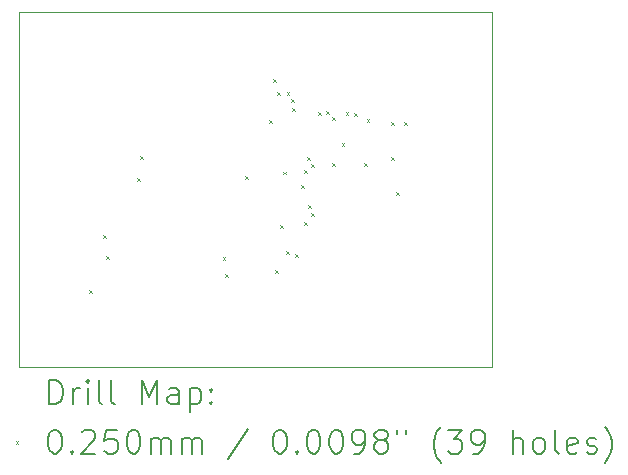
<source format=gbr>
%TF.GenerationSoftware,KiCad,Pcbnew,7.0.11-7.0.11~ubuntu22.04.1*%
%TF.CreationDate,2024-12-10T04:55:34+01:00*%
%TF.ProjectId,40_to_WP27D-P050VA3,34305f74-6f5f-4575-9032-37442d503035,rev?*%
%TF.SameCoordinates,Original*%
%TF.FileFunction,Drillmap*%
%TF.FilePolarity,Positive*%
%FSLAX45Y45*%
G04 Gerber Fmt 4.5, Leading zero omitted, Abs format (unit mm)*
G04 Created by KiCad (PCBNEW 7.0.11-7.0.11~ubuntu22.04.1) date 2024-12-10 04:55:34*
%MOMM*%
%LPD*%
G01*
G04 APERTURE LIST*
%ADD10C,0.100000*%
%ADD11C,0.200000*%
G04 APERTURE END LIST*
D10*
X1405000Y-900000D02*
X5405000Y-900000D01*
X5405000Y-3900000D01*
X1405000Y-3900000D01*
X1405000Y-900000D01*
D11*
D10*
X1997500Y-3255000D02*
X2022500Y-3280000D01*
X2022500Y-3255000D02*
X1997500Y-3280000D01*
X2117500Y-2787500D02*
X2142500Y-2812500D01*
X2142500Y-2787500D02*
X2117500Y-2812500D01*
X2137500Y-2967500D02*
X2162500Y-2992500D01*
X2162500Y-2967500D02*
X2137500Y-2992500D01*
X2402500Y-2302500D02*
X2427500Y-2327500D01*
X2427500Y-2302500D02*
X2402500Y-2327500D01*
X2430000Y-2120000D02*
X2455000Y-2145000D01*
X2455000Y-2120000D02*
X2430000Y-2145000D01*
X3127500Y-2975000D02*
X3152500Y-3000000D01*
X3152500Y-2975000D02*
X3127500Y-3000000D01*
X3150000Y-3115000D02*
X3175000Y-3140000D01*
X3175000Y-3115000D02*
X3150000Y-3140000D01*
X3315000Y-2285000D02*
X3340000Y-2310000D01*
X3340000Y-2285000D02*
X3315000Y-2310000D01*
X3525000Y-1815000D02*
X3550000Y-1840000D01*
X3550000Y-1815000D02*
X3525000Y-1840000D01*
X3555000Y-1465000D02*
X3580000Y-1490000D01*
X3580000Y-1465000D02*
X3555000Y-1490000D01*
X3570000Y-3080000D02*
X3595000Y-3105000D01*
X3595000Y-3080000D02*
X3570000Y-3105000D01*
X3592500Y-1572500D02*
X3617500Y-1597500D01*
X3617500Y-1572500D02*
X3592500Y-1597500D01*
X3612500Y-2705655D02*
X3637500Y-2730655D01*
X3637500Y-2705655D02*
X3612500Y-2730655D01*
X3637653Y-2249130D02*
X3662653Y-2274130D01*
X3662653Y-2249130D02*
X3637653Y-2274130D01*
X3665000Y-2920000D02*
X3690000Y-2945000D01*
X3690000Y-2920000D02*
X3665000Y-2945000D01*
X3669298Y-1576824D02*
X3694298Y-1601824D01*
X3694298Y-1576824D02*
X3669298Y-1601824D01*
X3710000Y-1633775D02*
X3735000Y-1658775D01*
X3735000Y-1633775D02*
X3710000Y-1658775D01*
X3713735Y-1714356D02*
X3738735Y-1739356D01*
X3738735Y-1714356D02*
X3713735Y-1739356D01*
X3737500Y-2950000D02*
X3762500Y-2975000D01*
X3762500Y-2950000D02*
X3737500Y-2975000D01*
X3795000Y-2362500D02*
X3820000Y-2387500D01*
X3820000Y-2362500D02*
X3795000Y-2387500D01*
X3817500Y-2677779D02*
X3842500Y-2702779D01*
X3842500Y-2677779D02*
X3817500Y-2702779D01*
X3820000Y-2237500D02*
X3845000Y-2262500D01*
X3845000Y-2237500D02*
X3820000Y-2262500D01*
X3842500Y-2125000D02*
X3867500Y-2150000D01*
X3867500Y-2125000D02*
X3842500Y-2150000D01*
X3852500Y-2531500D02*
X3877500Y-2556500D01*
X3877500Y-2531500D02*
X3852500Y-2556500D01*
X3875000Y-2185000D02*
X3900000Y-2210000D01*
X3900000Y-2185000D02*
X3875000Y-2210000D01*
X3875319Y-2597676D02*
X3900319Y-2622676D01*
X3900319Y-2597676D02*
X3875319Y-2622676D01*
X3934388Y-1748703D02*
X3959388Y-1773703D01*
X3959388Y-1748703D02*
X3934388Y-1773703D01*
X4003844Y-1739987D02*
X4028844Y-1764987D01*
X4028844Y-1739987D02*
X4003844Y-1764987D01*
X4052500Y-2177500D02*
X4077500Y-2202500D01*
X4077500Y-2177500D02*
X4052500Y-2202500D01*
X4054277Y-1787386D02*
X4079277Y-1812386D01*
X4079277Y-1787386D02*
X4054277Y-1812386D01*
X4135000Y-2007500D02*
X4160000Y-2032500D01*
X4160000Y-2007500D02*
X4135000Y-2032500D01*
X4168622Y-1741961D02*
X4193622Y-1766961D01*
X4193622Y-1741961D02*
X4168622Y-1766961D01*
X4237011Y-1756891D02*
X4262011Y-1781891D01*
X4262011Y-1756891D02*
X4237011Y-1781891D01*
X4322500Y-2180000D02*
X4347500Y-2205000D01*
X4347500Y-2180000D02*
X4322500Y-2205000D01*
X4346775Y-1804682D02*
X4371775Y-1829682D01*
X4371775Y-1804682D02*
X4346775Y-1829682D01*
X4557500Y-1827500D02*
X4582500Y-1852500D01*
X4582500Y-1827500D02*
X4557500Y-1852500D01*
X4557500Y-2125000D02*
X4582500Y-2150000D01*
X4582500Y-2125000D02*
X4557500Y-2150000D01*
X4597500Y-2422500D02*
X4622500Y-2447500D01*
X4622500Y-2422500D02*
X4597500Y-2447500D01*
X4665000Y-1832500D02*
X4690000Y-1857500D01*
X4690000Y-1832500D02*
X4665000Y-1857500D01*
D11*
X1660777Y-4216484D02*
X1660777Y-4016484D01*
X1660777Y-4016484D02*
X1708396Y-4016484D01*
X1708396Y-4016484D02*
X1736967Y-4026008D01*
X1736967Y-4026008D02*
X1756015Y-4045055D01*
X1756015Y-4045055D02*
X1765539Y-4064103D01*
X1765539Y-4064103D02*
X1775062Y-4102198D01*
X1775062Y-4102198D02*
X1775062Y-4130769D01*
X1775062Y-4130769D02*
X1765539Y-4168865D01*
X1765539Y-4168865D02*
X1756015Y-4187912D01*
X1756015Y-4187912D02*
X1736967Y-4206960D01*
X1736967Y-4206960D02*
X1708396Y-4216484D01*
X1708396Y-4216484D02*
X1660777Y-4216484D01*
X1860777Y-4216484D02*
X1860777Y-4083150D01*
X1860777Y-4121246D02*
X1870301Y-4102198D01*
X1870301Y-4102198D02*
X1879824Y-4092674D01*
X1879824Y-4092674D02*
X1898872Y-4083150D01*
X1898872Y-4083150D02*
X1917920Y-4083150D01*
X1984586Y-4216484D02*
X1984586Y-4083150D01*
X1984586Y-4016484D02*
X1975062Y-4026008D01*
X1975062Y-4026008D02*
X1984586Y-4035531D01*
X1984586Y-4035531D02*
X1994110Y-4026008D01*
X1994110Y-4026008D02*
X1984586Y-4016484D01*
X1984586Y-4016484D02*
X1984586Y-4035531D01*
X2108396Y-4216484D02*
X2089348Y-4206960D01*
X2089348Y-4206960D02*
X2079824Y-4187912D01*
X2079824Y-4187912D02*
X2079824Y-4016484D01*
X2213158Y-4216484D02*
X2194110Y-4206960D01*
X2194110Y-4206960D02*
X2184586Y-4187912D01*
X2184586Y-4187912D02*
X2184586Y-4016484D01*
X2441729Y-4216484D02*
X2441729Y-4016484D01*
X2441729Y-4016484D02*
X2508396Y-4159341D01*
X2508396Y-4159341D02*
X2575063Y-4016484D01*
X2575063Y-4016484D02*
X2575063Y-4216484D01*
X2756015Y-4216484D02*
X2756015Y-4111722D01*
X2756015Y-4111722D02*
X2746491Y-4092674D01*
X2746491Y-4092674D02*
X2727444Y-4083150D01*
X2727444Y-4083150D02*
X2689348Y-4083150D01*
X2689348Y-4083150D02*
X2670301Y-4092674D01*
X2756015Y-4206960D02*
X2736967Y-4216484D01*
X2736967Y-4216484D02*
X2689348Y-4216484D01*
X2689348Y-4216484D02*
X2670301Y-4206960D01*
X2670301Y-4206960D02*
X2660777Y-4187912D01*
X2660777Y-4187912D02*
X2660777Y-4168865D01*
X2660777Y-4168865D02*
X2670301Y-4149817D01*
X2670301Y-4149817D02*
X2689348Y-4140293D01*
X2689348Y-4140293D02*
X2736967Y-4140293D01*
X2736967Y-4140293D02*
X2756015Y-4130769D01*
X2851253Y-4083150D02*
X2851253Y-4283150D01*
X2851253Y-4092674D02*
X2870301Y-4083150D01*
X2870301Y-4083150D02*
X2908396Y-4083150D01*
X2908396Y-4083150D02*
X2927443Y-4092674D01*
X2927443Y-4092674D02*
X2936967Y-4102198D01*
X2936967Y-4102198D02*
X2946491Y-4121246D01*
X2946491Y-4121246D02*
X2946491Y-4178388D01*
X2946491Y-4178388D02*
X2936967Y-4197436D01*
X2936967Y-4197436D02*
X2927443Y-4206960D01*
X2927443Y-4206960D02*
X2908396Y-4216484D01*
X2908396Y-4216484D02*
X2870301Y-4216484D01*
X2870301Y-4216484D02*
X2851253Y-4206960D01*
X3032205Y-4197436D02*
X3041729Y-4206960D01*
X3041729Y-4206960D02*
X3032205Y-4216484D01*
X3032205Y-4216484D02*
X3022682Y-4206960D01*
X3022682Y-4206960D02*
X3032205Y-4197436D01*
X3032205Y-4197436D02*
X3032205Y-4216484D01*
X3032205Y-4092674D02*
X3041729Y-4102198D01*
X3041729Y-4102198D02*
X3032205Y-4111722D01*
X3032205Y-4111722D02*
X3022682Y-4102198D01*
X3022682Y-4102198D02*
X3032205Y-4092674D01*
X3032205Y-4092674D02*
X3032205Y-4111722D01*
D10*
X1375000Y-4532500D02*
X1400000Y-4557500D01*
X1400000Y-4532500D02*
X1375000Y-4557500D01*
D11*
X1698872Y-4436484D02*
X1717920Y-4436484D01*
X1717920Y-4436484D02*
X1736967Y-4446008D01*
X1736967Y-4446008D02*
X1746491Y-4455531D01*
X1746491Y-4455531D02*
X1756015Y-4474579D01*
X1756015Y-4474579D02*
X1765539Y-4512674D01*
X1765539Y-4512674D02*
X1765539Y-4560293D01*
X1765539Y-4560293D02*
X1756015Y-4598389D01*
X1756015Y-4598389D02*
X1746491Y-4617436D01*
X1746491Y-4617436D02*
X1736967Y-4626960D01*
X1736967Y-4626960D02*
X1717920Y-4636484D01*
X1717920Y-4636484D02*
X1698872Y-4636484D01*
X1698872Y-4636484D02*
X1679824Y-4626960D01*
X1679824Y-4626960D02*
X1670301Y-4617436D01*
X1670301Y-4617436D02*
X1660777Y-4598389D01*
X1660777Y-4598389D02*
X1651253Y-4560293D01*
X1651253Y-4560293D02*
X1651253Y-4512674D01*
X1651253Y-4512674D02*
X1660777Y-4474579D01*
X1660777Y-4474579D02*
X1670301Y-4455531D01*
X1670301Y-4455531D02*
X1679824Y-4446008D01*
X1679824Y-4446008D02*
X1698872Y-4436484D01*
X1851253Y-4617436D02*
X1860777Y-4626960D01*
X1860777Y-4626960D02*
X1851253Y-4636484D01*
X1851253Y-4636484D02*
X1841729Y-4626960D01*
X1841729Y-4626960D02*
X1851253Y-4617436D01*
X1851253Y-4617436D02*
X1851253Y-4636484D01*
X1936967Y-4455531D02*
X1946491Y-4446008D01*
X1946491Y-4446008D02*
X1965539Y-4436484D01*
X1965539Y-4436484D02*
X2013158Y-4436484D01*
X2013158Y-4436484D02*
X2032205Y-4446008D01*
X2032205Y-4446008D02*
X2041729Y-4455531D01*
X2041729Y-4455531D02*
X2051253Y-4474579D01*
X2051253Y-4474579D02*
X2051253Y-4493627D01*
X2051253Y-4493627D02*
X2041729Y-4522198D01*
X2041729Y-4522198D02*
X1927443Y-4636484D01*
X1927443Y-4636484D02*
X2051253Y-4636484D01*
X2232205Y-4436484D02*
X2136967Y-4436484D01*
X2136967Y-4436484D02*
X2127444Y-4531722D01*
X2127444Y-4531722D02*
X2136967Y-4522198D01*
X2136967Y-4522198D02*
X2156015Y-4512674D01*
X2156015Y-4512674D02*
X2203634Y-4512674D01*
X2203634Y-4512674D02*
X2222682Y-4522198D01*
X2222682Y-4522198D02*
X2232205Y-4531722D01*
X2232205Y-4531722D02*
X2241729Y-4550770D01*
X2241729Y-4550770D02*
X2241729Y-4598389D01*
X2241729Y-4598389D02*
X2232205Y-4617436D01*
X2232205Y-4617436D02*
X2222682Y-4626960D01*
X2222682Y-4626960D02*
X2203634Y-4636484D01*
X2203634Y-4636484D02*
X2156015Y-4636484D01*
X2156015Y-4636484D02*
X2136967Y-4626960D01*
X2136967Y-4626960D02*
X2127444Y-4617436D01*
X2365539Y-4436484D02*
X2384586Y-4436484D01*
X2384586Y-4436484D02*
X2403634Y-4446008D01*
X2403634Y-4446008D02*
X2413158Y-4455531D01*
X2413158Y-4455531D02*
X2422682Y-4474579D01*
X2422682Y-4474579D02*
X2432205Y-4512674D01*
X2432205Y-4512674D02*
X2432205Y-4560293D01*
X2432205Y-4560293D02*
X2422682Y-4598389D01*
X2422682Y-4598389D02*
X2413158Y-4617436D01*
X2413158Y-4617436D02*
X2403634Y-4626960D01*
X2403634Y-4626960D02*
X2384586Y-4636484D01*
X2384586Y-4636484D02*
X2365539Y-4636484D01*
X2365539Y-4636484D02*
X2346491Y-4626960D01*
X2346491Y-4626960D02*
X2336967Y-4617436D01*
X2336967Y-4617436D02*
X2327444Y-4598389D01*
X2327444Y-4598389D02*
X2317920Y-4560293D01*
X2317920Y-4560293D02*
X2317920Y-4512674D01*
X2317920Y-4512674D02*
X2327444Y-4474579D01*
X2327444Y-4474579D02*
X2336967Y-4455531D01*
X2336967Y-4455531D02*
X2346491Y-4446008D01*
X2346491Y-4446008D02*
X2365539Y-4436484D01*
X2517920Y-4636484D02*
X2517920Y-4503150D01*
X2517920Y-4522198D02*
X2527444Y-4512674D01*
X2527444Y-4512674D02*
X2546491Y-4503150D01*
X2546491Y-4503150D02*
X2575063Y-4503150D01*
X2575063Y-4503150D02*
X2594110Y-4512674D01*
X2594110Y-4512674D02*
X2603634Y-4531722D01*
X2603634Y-4531722D02*
X2603634Y-4636484D01*
X2603634Y-4531722D02*
X2613158Y-4512674D01*
X2613158Y-4512674D02*
X2632205Y-4503150D01*
X2632205Y-4503150D02*
X2660777Y-4503150D01*
X2660777Y-4503150D02*
X2679825Y-4512674D01*
X2679825Y-4512674D02*
X2689348Y-4531722D01*
X2689348Y-4531722D02*
X2689348Y-4636484D01*
X2784586Y-4636484D02*
X2784586Y-4503150D01*
X2784586Y-4522198D02*
X2794110Y-4512674D01*
X2794110Y-4512674D02*
X2813158Y-4503150D01*
X2813158Y-4503150D02*
X2841729Y-4503150D01*
X2841729Y-4503150D02*
X2860777Y-4512674D01*
X2860777Y-4512674D02*
X2870301Y-4531722D01*
X2870301Y-4531722D02*
X2870301Y-4636484D01*
X2870301Y-4531722D02*
X2879824Y-4512674D01*
X2879824Y-4512674D02*
X2898872Y-4503150D01*
X2898872Y-4503150D02*
X2927443Y-4503150D01*
X2927443Y-4503150D02*
X2946491Y-4512674D01*
X2946491Y-4512674D02*
X2956015Y-4531722D01*
X2956015Y-4531722D02*
X2956015Y-4636484D01*
X3346491Y-4426960D02*
X3175063Y-4684103D01*
X3603634Y-4436484D02*
X3622682Y-4436484D01*
X3622682Y-4436484D02*
X3641729Y-4446008D01*
X3641729Y-4446008D02*
X3651253Y-4455531D01*
X3651253Y-4455531D02*
X3660777Y-4474579D01*
X3660777Y-4474579D02*
X3670301Y-4512674D01*
X3670301Y-4512674D02*
X3670301Y-4560293D01*
X3670301Y-4560293D02*
X3660777Y-4598389D01*
X3660777Y-4598389D02*
X3651253Y-4617436D01*
X3651253Y-4617436D02*
X3641729Y-4626960D01*
X3641729Y-4626960D02*
X3622682Y-4636484D01*
X3622682Y-4636484D02*
X3603634Y-4636484D01*
X3603634Y-4636484D02*
X3584586Y-4626960D01*
X3584586Y-4626960D02*
X3575063Y-4617436D01*
X3575063Y-4617436D02*
X3565539Y-4598389D01*
X3565539Y-4598389D02*
X3556015Y-4560293D01*
X3556015Y-4560293D02*
X3556015Y-4512674D01*
X3556015Y-4512674D02*
X3565539Y-4474579D01*
X3565539Y-4474579D02*
X3575063Y-4455531D01*
X3575063Y-4455531D02*
X3584586Y-4446008D01*
X3584586Y-4446008D02*
X3603634Y-4436484D01*
X3756015Y-4617436D02*
X3765539Y-4626960D01*
X3765539Y-4626960D02*
X3756015Y-4636484D01*
X3756015Y-4636484D02*
X3746491Y-4626960D01*
X3746491Y-4626960D02*
X3756015Y-4617436D01*
X3756015Y-4617436D02*
X3756015Y-4636484D01*
X3889348Y-4436484D02*
X3908396Y-4436484D01*
X3908396Y-4436484D02*
X3927444Y-4446008D01*
X3927444Y-4446008D02*
X3936967Y-4455531D01*
X3936967Y-4455531D02*
X3946491Y-4474579D01*
X3946491Y-4474579D02*
X3956015Y-4512674D01*
X3956015Y-4512674D02*
X3956015Y-4560293D01*
X3956015Y-4560293D02*
X3946491Y-4598389D01*
X3946491Y-4598389D02*
X3936967Y-4617436D01*
X3936967Y-4617436D02*
X3927444Y-4626960D01*
X3927444Y-4626960D02*
X3908396Y-4636484D01*
X3908396Y-4636484D02*
X3889348Y-4636484D01*
X3889348Y-4636484D02*
X3870301Y-4626960D01*
X3870301Y-4626960D02*
X3860777Y-4617436D01*
X3860777Y-4617436D02*
X3851253Y-4598389D01*
X3851253Y-4598389D02*
X3841729Y-4560293D01*
X3841729Y-4560293D02*
X3841729Y-4512674D01*
X3841729Y-4512674D02*
X3851253Y-4474579D01*
X3851253Y-4474579D02*
X3860777Y-4455531D01*
X3860777Y-4455531D02*
X3870301Y-4446008D01*
X3870301Y-4446008D02*
X3889348Y-4436484D01*
X4079825Y-4436484D02*
X4098872Y-4436484D01*
X4098872Y-4436484D02*
X4117920Y-4446008D01*
X4117920Y-4446008D02*
X4127444Y-4455531D01*
X4127444Y-4455531D02*
X4136967Y-4474579D01*
X4136967Y-4474579D02*
X4146491Y-4512674D01*
X4146491Y-4512674D02*
X4146491Y-4560293D01*
X4146491Y-4560293D02*
X4136967Y-4598389D01*
X4136967Y-4598389D02*
X4127444Y-4617436D01*
X4127444Y-4617436D02*
X4117920Y-4626960D01*
X4117920Y-4626960D02*
X4098872Y-4636484D01*
X4098872Y-4636484D02*
X4079825Y-4636484D01*
X4079825Y-4636484D02*
X4060777Y-4626960D01*
X4060777Y-4626960D02*
X4051253Y-4617436D01*
X4051253Y-4617436D02*
X4041729Y-4598389D01*
X4041729Y-4598389D02*
X4032206Y-4560293D01*
X4032206Y-4560293D02*
X4032206Y-4512674D01*
X4032206Y-4512674D02*
X4041729Y-4474579D01*
X4041729Y-4474579D02*
X4051253Y-4455531D01*
X4051253Y-4455531D02*
X4060777Y-4446008D01*
X4060777Y-4446008D02*
X4079825Y-4436484D01*
X4241729Y-4636484D02*
X4279825Y-4636484D01*
X4279825Y-4636484D02*
X4298872Y-4626960D01*
X4298872Y-4626960D02*
X4308396Y-4617436D01*
X4308396Y-4617436D02*
X4327444Y-4588865D01*
X4327444Y-4588865D02*
X4336968Y-4550770D01*
X4336968Y-4550770D02*
X4336968Y-4474579D01*
X4336968Y-4474579D02*
X4327444Y-4455531D01*
X4327444Y-4455531D02*
X4317920Y-4446008D01*
X4317920Y-4446008D02*
X4298872Y-4436484D01*
X4298872Y-4436484D02*
X4260777Y-4436484D01*
X4260777Y-4436484D02*
X4241729Y-4446008D01*
X4241729Y-4446008D02*
X4232206Y-4455531D01*
X4232206Y-4455531D02*
X4222682Y-4474579D01*
X4222682Y-4474579D02*
X4222682Y-4522198D01*
X4222682Y-4522198D02*
X4232206Y-4541246D01*
X4232206Y-4541246D02*
X4241729Y-4550770D01*
X4241729Y-4550770D02*
X4260777Y-4560293D01*
X4260777Y-4560293D02*
X4298872Y-4560293D01*
X4298872Y-4560293D02*
X4317920Y-4550770D01*
X4317920Y-4550770D02*
X4327444Y-4541246D01*
X4327444Y-4541246D02*
X4336968Y-4522198D01*
X4451253Y-4522198D02*
X4432206Y-4512674D01*
X4432206Y-4512674D02*
X4422682Y-4503150D01*
X4422682Y-4503150D02*
X4413158Y-4484103D01*
X4413158Y-4484103D02*
X4413158Y-4474579D01*
X4413158Y-4474579D02*
X4422682Y-4455531D01*
X4422682Y-4455531D02*
X4432206Y-4446008D01*
X4432206Y-4446008D02*
X4451253Y-4436484D01*
X4451253Y-4436484D02*
X4489349Y-4436484D01*
X4489349Y-4436484D02*
X4508396Y-4446008D01*
X4508396Y-4446008D02*
X4517920Y-4455531D01*
X4517920Y-4455531D02*
X4527444Y-4474579D01*
X4527444Y-4474579D02*
X4527444Y-4484103D01*
X4527444Y-4484103D02*
X4517920Y-4503150D01*
X4517920Y-4503150D02*
X4508396Y-4512674D01*
X4508396Y-4512674D02*
X4489349Y-4522198D01*
X4489349Y-4522198D02*
X4451253Y-4522198D01*
X4451253Y-4522198D02*
X4432206Y-4531722D01*
X4432206Y-4531722D02*
X4422682Y-4541246D01*
X4422682Y-4541246D02*
X4413158Y-4560293D01*
X4413158Y-4560293D02*
X4413158Y-4598389D01*
X4413158Y-4598389D02*
X4422682Y-4617436D01*
X4422682Y-4617436D02*
X4432206Y-4626960D01*
X4432206Y-4626960D02*
X4451253Y-4636484D01*
X4451253Y-4636484D02*
X4489349Y-4636484D01*
X4489349Y-4636484D02*
X4508396Y-4626960D01*
X4508396Y-4626960D02*
X4517920Y-4617436D01*
X4517920Y-4617436D02*
X4527444Y-4598389D01*
X4527444Y-4598389D02*
X4527444Y-4560293D01*
X4527444Y-4560293D02*
X4517920Y-4541246D01*
X4517920Y-4541246D02*
X4508396Y-4531722D01*
X4508396Y-4531722D02*
X4489349Y-4522198D01*
X4603634Y-4436484D02*
X4603634Y-4474579D01*
X4679825Y-4436484D02*
X4679825Y-4474579D01*
X4975063Y-4712674D02*
X4965539Y-4703150D01*
X4965539Y-4703150D02*
X4946491Y-4674579D01*
X4946491Y-4674579D02*
X4936968Y-4655531D01*
X4936968Y-4655531D02*
X4927444Y-4626960D01*
X4927444Y-4626960D02*
X4917920Y-4579341D01*
X4917920Y-4579341D02*
X4917920Y-4541246D01*
X4917920Y-4541246D02*
X4927444Y-4493627D01*
X4927444Y-4493627D02*
X4936968Y-4465055D01*
X4936968Y-4465055D02*
X4946491Y-4446008D01*
X4946491Y-4446008D02*
X4965539Y-4417436D01*
X4965539Y-4417436D02*
X4975063Y-4407912D01*
X5032206Y-4436484D02*
X5156015Y-4436484D01*
X5156015Y-4436484D02*
X5089349Y-4512674D01*
X5089349Y-4512674D02*
X5117920Y-4512674D01*
X5117920Y-4512674D02*
X5136968Y-4522198D01*
X5136968Y-4522198D02*
X5146491Y-4531722D01*
X5146491Y-4531722D02*
X5156015Y-4550770D01*
X5156015Y-4550770D02*
X5156015Y-4598389D01*
X5156015Y-4598389D02*
X5146491Y-4617436D01*
X5146491Y-4617436D02*
X5136968Y-4626960D01*
X5136968Y-4626960D02*
X5117920Y-4636484D01*
X5117920Y-4636484D02*
X5060777Y-4636484D01*
X5060777Y-4636484D02*
X5041730Y-4626960D01*
X5041730Y-4626960D02*
X5032206Y-4617436D01*
X5251253Y-4636484D02*
X5289349Y-4636484D01*
X5289349Y-4636484D02*
X5308396Y-4626960D01*
X5308396Y-4626960D02*
X5317920Y-4617436D01*
X5317920Y-4617436D02*
X5336968Y-4588865D01*
X5336968Y-4588865D02*
X5346491Y-4550770D01*
X5346491Y-4550770D02*
X5346491Y-4474579D01*
X5346491Y-4474579D02*
X5336968Y-4455531D01*
X5336968Y-4455531D02*
X5327444Y-4446008D01*
X5327444Y-4446008D02*
X5308396Y-4436484D01*
X5308396Y-4436484D02*
X5270301Y-4436484D01*
X5270301Y-4436484D02*
X5251253Y-4446008D01*
X5251253Y-4446008D02*
X5241730Y-4455531D01*
X5241730Y-4455531D02*
X5232206Y-4474579D01*
X5232206Y-4474579D02*
X5232206Y-4522198D01*
X5232206Y-4522198D02*
X5241730Y-4541246D01*
X5241730Y-4541246D02*
X5251253Y-4550770D01*
X5251253Y-4550770D02*
X5270301Y-4560293D01*
X5270301Y-4560293D02*
X5308396Y-4560293D01*
X5308396Y-4560293D02*
X5327444Y-4550770D01*
X5327444Y-4550770D02*
X5336968Y-4541246D01*
X5336968Y-4541246D02*
X5346491Y-4522198D01*
X5584587Y-4636484D02*
X5584587Y-4436484D01*
X5670301Y-4636484D02*
X5670301Y-4531722D01*
X5670301Y-4531722D02*
X5660777Y-4512674D01*
X5660777Y-4512674D02*
X5641730Y-4503150D01*
X5641730Y-4503150D02*
X5613158Y-4503150D01*
X5613158Y-4503150D02*
X5594110Y-4512674D01*
X5594110Y-4512674D02*
X5584587Y-4522198D01*
X5794110Y-4636484D02*
X5775063Y-4626960D01*
X5775063Y-4626960D02*
X5765539Y-4617436D01*
X5765539Y-4617436D02*
X5756015Y-4598389D01*
X5756015Y-4598389D02*
X5756015Y-4541246D01*
X5756015Y-4541246D02*
X5765539Y-4522198D01*
X5765539Y-4522198D02*
X5775063Y-4512674D01*
X5775063Y-4512674D02*
X5794110Y-4503150D01*
X5794110Y-4503150D02*
X5822682Y-4503150D01*
X5822682Y-4503150D02*
X5841730Y-4512674D01*
X5841730Y-4512674D02*
X5851253Y-4522198D01*
X5851253Y-4522198D02*
X5860777Y-4541246D01*
X5860777Y-4541246D02*
X5860777Y-4598389D01*
X5860777Y-4598389D02*
X5851253Y-4617436D01*
X5851253Y-4617436D02*
X5841730Y-4626960D01*
X5841730Y-4626960D02*
X5822682Y-4636484D01*
X5822682Y-4636484D02*
X5794110Y-4636484D01*
X5975063Y-4636484D02*
X5956015Y-4626960D01*
X5956015Y-4626960D02*
X5946491Y-4607912D01*
X5946491Y-4607912D02*
X5946491Y-4436484D01*
X6127444Y-4626960D02*
X6108396Y-4636484D01*
X6108396Y-4636484D02*
X6070301Y-4636484D01*
X6070301Y-4636484D02*
X6051253Y-4626960D01*
X6051253Y-4626960D02*
X6041730Y-4607912D01*
X6041730Y-4607912D02*
X6041730Y-4531722D01*
X6041730Y-4531722D02*
X6051253Y-4512674D01*
X6051253Y-4512674D02*
X6070301Y-4503150D01*
X6070301Y-4503150D02*
X6108396Y-4503150D01*
X6108396Y-4503150D02*
X6127444Y-4512674D01*
X6127444Y-4512674D02*
X6136968Y-4531722D01*
X6136968Y-4531722D02*
X6136968Y-4550770D01*
X6136968Y-4550770D02*
X6041730Y-4569817D01*
X6213158Y-4626960D02*
X6232206Y-4636484D01*
X6232206Y-4636484D02*
X6270301Y-4636484D01*
X6270301Y-4636484D02*
X6289349Y-4626960D01*
X6289349Y-4626960D02*
X6298872Y-4607912D01*
X6298872Y-4607912D02*
X6298872Y-4598389D01*
X6298872Y-4598389D02*
X6289349Y-4579341D01*
X6289349Y-4579341D02*
X6270301Y-4569817D01*
X6270301Y-4569817D02*
X6241730Y-4569817D01*
X6241730Y-4569817D02*
X6222682Y-4560293D01*
X6222682Y-4560293D02*
X6213158Y-4541246D01*
X6213158Y-4541246D02*
X6213158Y-4531722D01*
X6213158Y-4531722D02*
X6222682Y-4512674D01*
X6222682Y-4512674D02*
X6241730Y-4503150D01*
X6241730Y-4503150D02*
X6270301Y-4503150D01*
X6270301Y-4503150D02*
X6289349Y-4512674D01*
X6365539Y-4712674D02*
X6375063Y-4703150D01*
X6375063Y-4703150D02*
X6394111Y-4674579D01*
X6394111Y-4674579D02*
X6403634Y-4655531D01*
X6403634Y-4655531D02*
X6413158Y-4626960D01*
X6413158Y-4626960D02*
X6422682Y-4579341D01*
X6422682Y-4579341D02*
X6422682Y-4541246D01*
X6422682Y-4541246D02*
X6413158Y-4493627D01*
X6413158Y-4493627D02*
X6403634Y-4465055D01*
X6403634Y-4465055D02*
X6394111Y-4446008D01*
X6394111Y-4446008D02*
X6375063Y-4417436D01*
X6375063Y-4417436D02*
X6365539Y-4407912D01*
M02*

</source>
